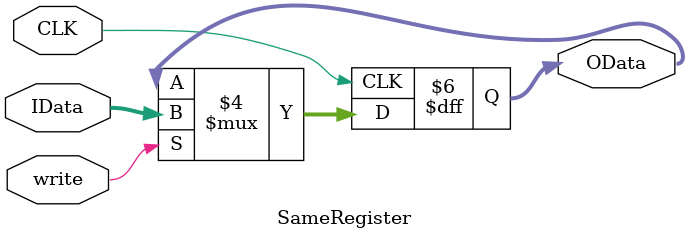
<source format=v>
`timescale 1ns / 1ps

module SameRegister(
        input CLK,
        input [31:0] IData,
        input write,
        output reg[31:0] OData
    );

    initial begin 
        OData = 0;
    end

    always@(posedge CLK) begin
        if (write == 1) OData <= IData;
    end
endmodule

</source>
